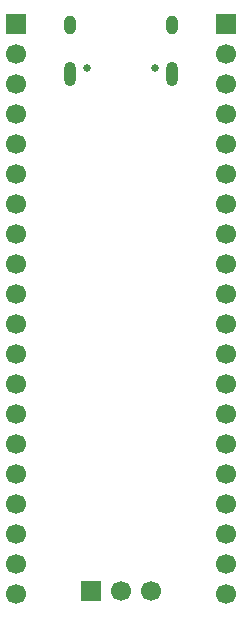
<source format=gbr>
%TF.GenerationSoftware,KiCad,Pcbnew,9.0.3*%
%TF.CreationDate,2025-12-07T00:49:17-08:00*%
%TF.ProjectId,pcb,7063622e-6b69-4636-9164-5f7063625858,rev?*%
%TF.SameCoordinates,Original*%
%TF.FileFunction,Soldermask,Bot*%
%TF.FilePolarity,Negative*%
%FSLAX46Y46*%
G04 Gerber Fmt 4.6, Leading zero omitted, Abs format (unit mm)*
G04 Created by KiCad (PCBNEW 9.0.3) date 2025-12-07 00:49:17*
%MOMM*%
%LPD*%
G01*
G04 APERTURE LIST*
%ADD10C,0.650000*%
%ADD11O,1.000000X2.100000*%
%ADD12O,1.000000X1.600000*%
%ADD13C,1.700000*%
%ADD14R,1.700000X1.700000*%
G04 APERTURE END LIST*
D10*
%TO.C,J1*%
X206035000Y-64385000D03*
X200255000Y-64385000D03*
D11*
X207465000Y-64915000D03*
D12*
X207465000Y-60735000D03*
D11*
X198825000Y-64915000D03*
D12*
X198825000Y-60735000D03*
%TD*%
D13*
%TO.C,J2*%
X194260000Y-108920000D03*
X194260000Y-106380000D03*
X194260000Y-103840000D03*
X194260000Y-101300000D03*
X194260000Y-98760000D03*
X194260000Y-96220000D03*
X194260000Y-93680000D03*
X194260000Y-91140000D03*
X194260000Y-88600000D03*
X194260000Y-86060000D03*
X194260000Y-83520000D03*
X194260000Y-80980000D03*
X194260000Y-78440000D03*
X194260000Y-75900000D03*
X194260000Y-73360000D03*
X194260000Y-70820000D03*
X194260000Y-68280000D03*
X194260000Y-65740000D03*
X194260000Y-63200000D03*
D14*
X194260000Y-60660000D03*
%TD*%
D13*
%TO.C,J3*%
X212035000Y-108915000D03*
X212035000Y-106375000D03*
X212035000Y-103835000D03*
X212035000Y-101295000D03*
X212035000Y-98755000D03*
X212035000Y-96215000D03*
X212035000Y-93675000D03*
X212035000Y-91135000D03*
X212035000Y-88595000D03*
X212035000Y-86055000D03*
X212035000Y-83515000D03*
X212035000Y-80975000D03*
X212035000Y-78435000D03*
X212035000Y-75895000D03*
X212035000Y-73355000D03*
X212035000Y-70815000D03*
X212035000Y-68275000D03*
X212035000Y-65735000D03*
X212035000Y-63195000D03*
D14*
X212035000Y-60655000D03*
%TD*%
D13*
%TO.C,J4*%
X205684999Y-108675000D03*
X203145000Y-108675000D03*
D14*
X200605000Y-108675000D03*
%TD*%
M02*

</source>
